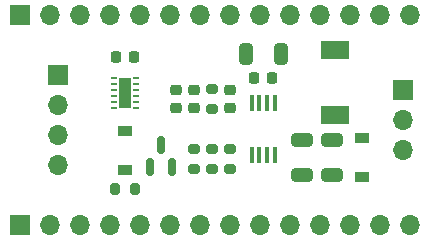
<source format=gts>
%TF.GenerationSoftware,KiCad,Pcbnew,(6.0.0-0)*%
%TF.CreationDate,2023-05-28T12:29:54+10:00*%
%TF.ProjectId,motor-driver,6d6f746f-722d-4647-9269-7665722e6b69,v1.0.0*%
%TF.SameCoordinates,Original*%
%TF.FileFunction,Soldermask,Top*%
%TF.FilePolarity,Negative*%
%FSLAX46Y46*%
G04 Gerber Fmt 4.6, Leading zero omitted, Abs format (unit mm)*
G04 Created by KiCad (PCBNEW (6.0.0-0)) date 2023-05-28 12:29:54*
%MOMM*%
%LPD*%
G01*
G04 APERTURE LIST*
G04 Aperture macros list*
%AMRoundRect*
0 Rectangle with rounded corners*
0 $1 Rounding radius*
0 $2 $3 $4 $5 $6 $7 $8 $9 X,Y pos of 4 corners*
0 Add a 4 corners polygon primitive as box body*
4,1,4,$2,$3,$4,$5,$6,$7,$8,$9,$2,$3,0*
0 Add four circle primitives for the rounded corners*
1,1,$1+$1,$2,$3*
1,1,$1+$1,$4,$5*
1,1,$1+$1,$6,$7*
1,1,$1+$1,$8,$9*
0 Add four rect primitives between the rounded corners*
20,1,$1+$1,$2,$3,$4,$5,0*
20,1,$1+$1,$4,$5,$6,$7,0*
20,1,$1+$1,$6,$7,$8,$9,0*
20,1,$1+$1,$8,$9,$2,$3,0*%
G04 Aperture macros list end*
%ADD10RoundRect,0.225000X-0.225000X-0.250000X0.225000X-0.250000X0.225000X0.250000X-0.225000X0.250000X0*%
%ADD11RoundRect,0.250000X0.325000X0.650000X-0.325000X0.650000X-0.325000X-0.650000X0.325000X-0.650000X0*%
%ADD12R,0.500000X0.250000*%
%ADD13R,1.000000X2.650000*%
%ADD14RoundRect,0.225000X0.250000X-0.225000X0.250000X0.225000X-0.250000X0.225000X-0.250000X-0.225000X0*%
%ADD15RoundRect,0.200000X0.275000X-0.200000X0.275000X0.200000X-0.275000X0.200000X-0.275000X-0.200000X0*%
%ADD16R,2.400000X1.500000*%
%ADD17R,1.200000X0.900000*%
%ADD18RoundRect,0.200000X0.200000X0.275000X-0.200000X0.275000X-0.200000X-0.275000X0.200000X-0.275000X0*%
%ADD19RoundRect,0.250000X0.650000X-0.325000X0.650000X0.325000X-0.650000X0.325000X-0.650000X-0.325000X0*%
%ADD20RoundRect,0.150000X0.150000X-0.587500X0.150000X0.587500X-0.150000X0.587500X-0.150000X-0.587500X0*%
%ADD21R,1.700000X1.700000*%
%ADD22O,1.700000X1.700000*%
%ADD23RoundRect,0.225000X0.225000X0.250000X-0.225000X0.250000X-0.225000X-0.250000X0.225000X-0.250000X0*%
%ADD24R,0.450000X1.450000*%
%ADD25RoundRect,0.225000X-0.250000X0.225000X-0.250000X-0.225000X0.250000X-0.225000X0.250000X0.225000X0*%
G04 APERTURE END LIST*
D10*
%TO.C,C5*%
X136385000Y-93726000D03*
X137935000Y-93726000D03*
%TD*%
D11*
%TO.C,C1*%
X150319000Y-93472000D03*
X147369000Y-93472000D03*
%TD*%
D12*
%TO.C,U2*%
X136210000Y-95524000D03*
X136210000Y-96024000D03*
X136210000Y-96524000D03*
X136210000Y-97024000D03*
X136210000Y-97524000D03*
X136210000Y-98024000D03*
X138110000Y-98024000D03*
X138110000Y-97524000D03*
X138110000Y-97024000D03*
X138110000Y-96524000D03*
X138110000Y-96024000D03*
X138110000Y-95524000D03*
D13*
X137160000Y-96774000D03*
%TD*%
D14*
%TO.C,C6*%
X143002000Y-98057000D03*
X143002000Y-96507000D03*
%TD*%
D15*
%TO.C,R4*%
X143002000Y-103187000D03*
X143002000Y-101537000D03*
%TD*%
D16*
%TO.C,L1*%
X154940000Y-93135000D03*
X154940000Y-98635000D03*
%TD*%
D14*
%TO.C,C4*%
X146050000Y-98057000D03*
X146050000Y-96507000D03*
%TD*%
D17*
%TO.C,D2*%
X137160000Y-99950000D03*
X137160000Y-103250000D03*
%TD*%
D15*
%TO.C,R3*%
X146050000Y-103187000D03*
X146050000Y-101537000D03*
%TD*%
D18*
%TO.C,R5*%
X137985000Y-104902000D03*
X136335000Y-104902000D03*
%TD*%
D19*
%TO.C,C8*%
X154686000Y-103710000D03*
X154686000Y-100760000D03*
%TD*%
D20*
%TO.C,Q1*%
X139258000Y-103045500D03*
X141158000Y-103045500D03*
X140208000Y-101170500D03*
%TD*%
D21*
%TO.C,J2*%
X160655000Y-96520000D03*
D22*
X160655000Y-99060000D03*
X160655000Y-101600000D03*
%TD*%
D15*
%TO.C,R2*%
X144526000Y-103187000D03*
X144526000Y-101537000D03*
%TD*%
D19*
%TO.C,C7*%
X152146000Y-103710000D03*
X152146000Y-100760000D03*
%TD*%
D23*
%TO.C,C2*%
X149619000Y-95504000D03*
X148069000Y-95504000D03*
%TD*%
D21*
%TO.C,J3*%
X131445000Y-95250000D03*
D22*
X131445000Y-97790000D03*
X131445000Y-100330000D03*
X131445000Y-102870000D03*
%TD*%
D17*
%TO.C,D1*%
X157226000Y-103885000D03*
X157226000Y-100585000D03*
%TD*%
D24*
%TO.C,U1*%
X147869000Y-102022000D03*
X148519000Y-102022000D03*
X149169000Y-102022000D03*
X149819000Y-102022000D03*
X149819000Y-97622000D03*
X149169000Y-97622000D03*
X148519000Y-97622000D03*
X147869000Y-97622000D03*
%TD*%
D25*
%TO.C,C3*%
X141478000Y-96507000D03*
X141478000Y-98057000D03*
%TD*%
D15*
%TO.C,R1*%
X144526000Y-98107000D03*
X144526000Y-96457000D03*
%TD*%
D21*
%TO.C,J4*%
X128280000Y-90170000D03*
D22*
X130820000Y-90170000D03*
X133360000Y-90170000D03*
X135900000Y-90170000D03*
X138440000Y-90170000D03*
X140980000Y-90170000D03*
X143520000Y-90170000D03*
X146060000Y-90170000D03*
X148600000Y-90170000D03*
X151140000Y-90170000D03*
X153680000Y-90170000D03*
X156220000Y-90170000D03*
X158760000Y-90170000D03*
X161300000Y-90170000D03*
%TD*%
D21*
%TO.C,J1*%
X128280000Y-107950000D03*
D22*
X130820000Y-107950000D03*
X133360000Y-107950000D03*
X135900000Y-107950000D03*
X138440000Y-107950000D03*
X140980000Y-107950000D03*
X143520000Y-107950000D03*
X146060000Y-107950000D03*
X148600000Y-107950000D03*
X151140000Y-107950000D03*
X153680000Y-107950000D03*
X156220000Y-107950000D03*
X158760000Y-107950000D03*
X161300000Y-107950000D03*
%TD*%
M02*

</source>
